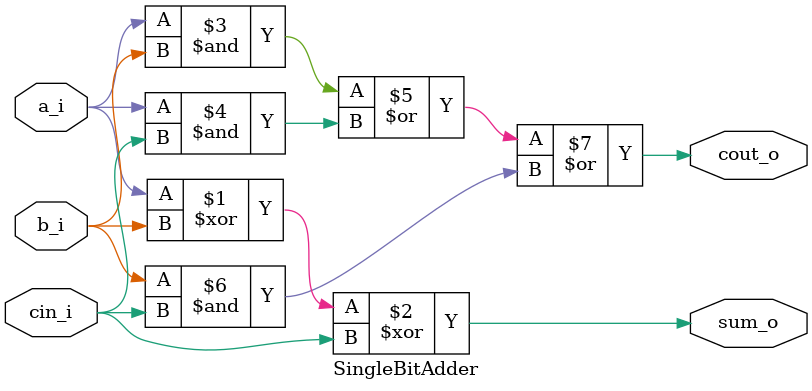
<source format=v>
module SingleBitAdder(
    input a_i,
    input b_i,
    input cin_i,

    output sum_o,
    output cout_o
    );

    assign sum_o = a_i ^ b_i ^ cin_i;
    assign cout_o = a_i & b_i | a_i & cin_i | b_i & cin_i;

endmodule
</source>
